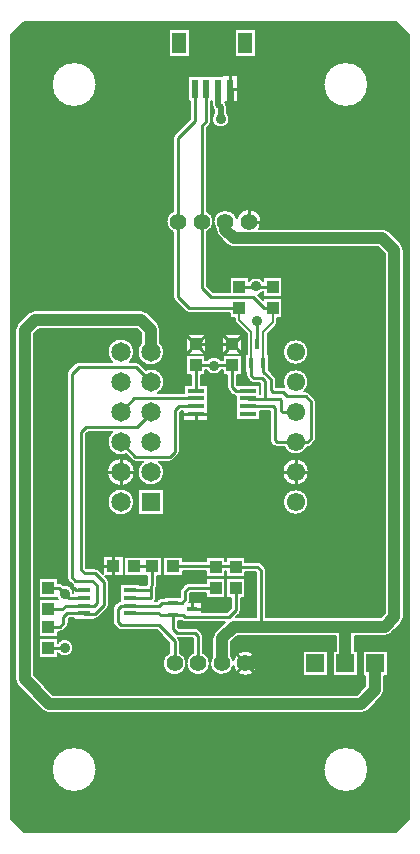
<source format=gbr>
G04 DesignSpark PCB PRO Gerber Version 10.0 Build 5299*
G04 #@! TF.Part,Single*
G04 #@! TF.FileFunction,Copper,L1,Top*
G04 #@! TF.FilePolarity,Positive*
%FSLAX35Y35*%
%MOIN*%
G04 #@! TA.AperFunction,SMDPad,CuDef*
%ADD115R,0.01575X0.03543*%
%ADD112R,0.02362X0.06102*%
%ADD80R,0.03937X0.04291*%
%ADD113R,0.04724X0.07087*%
G04 #@! TA.AperFunction,ComponentPad*
%ADD114R,0.06000X0.06000*%
%ADD21R,0.06496X0.06496*%
G04 #@! TD.AperFunction*
%ADD18C,0.00787*%
%ADD75C,0.00984*%
%ADD19C,0.01000*%
%ADD71C,0.01969*%
%ADD108C,0.02362*%
G04 #@! TA.AperFunction,ViaPad*
%ADD70C,0.03543*%
G04 #@! TD.AperFunction*
%ADD76C,0.03937*%
G04 #@! TA.AperFunction,ComponentPad*
%ADD110C,0.05512*%
%ADD20C,0.06102*%
%ADD22C,0.06496*%
G04 #@! TA.AperFunction,SMDPad,CuDef*
%ADD111R,0.03543X0.01575*%
%ADD116R,0.04331X0.01772*%
%ADD109R,0.05610X0.01772*%
%ADD77R,0.04291X0.03937*%
G04 #@! TD.AperFunction*
X0Y0D02*
D02*
D18*
X6974Y268984D02*
Y7394D01*
X11331Y3037D01*
X135126D01*
X139482Y7394D01*
Y268984D01*
X135126Y273341D01*
X11331D01*
X6974Y268984D01*
X20472Y252362D02*
G75*
G02*
X35433I7480J0D01*
G01*
G75*
G02*
X20472I-7480J0D01*
G01*
X108071Y147839D02*
G75*
G02*
X108563Y146654I-1181J-1185D01*
G01*
Y134252D01*
G75*
G02*
X108071Y133067I-1673J0D01*
G01*
X106894Y131890D01*
G75*
G02*
X105709Y131398I-1185J1181D01*
G01*
X105606D01*
G75*
G02*
X97884Y131516I-3835J1791D01*
G01*
X95555D01*
G75*
G02*
X94368Y132006I-3J1673D01*
G01*
X93699Y132675D01*
G75*
G02*
X93209Y133858I1183J1183D01*
G01*
G75*
G02*
Y133859I683J0D01*
G01*
G75*
G02*
Y133862I793J2D01*
G01*
Y143602D01*
X89860D01*
Y140551D01*
X81888D01*
Y148524D01*
G75*
G02*
X80705Y149016I2J1673D01*
G01*
X79528Y150193D01*
G75*
G02*
X79035Y151378I1181J1185D01*
G01*
Y155378D01*
X77559D01*
Y157031D01*
X77069D01*
G75*
G02*
X72144I-2462J1630D01*
G01*
X71654D01*
Y155378D01*
X70130D01*
Y152362D01*
X72443D01*
Y144898D01*
X72656D01*
Y140339D01*
X64258D01*
Y143406D01*
X63488D01*
X63091Y143008D01*
Y129925D01*
G75*
G02*
Y129922I-793J-1D01*
G01*
G75*
G02*
Y129921I-683J0D01*
G01*
G75*
G02*
X62600Y128738I-1673J0D01*
G01*
X61026Y127163D01*
G75*
G02*
X59839Y126673I-1183J1183D01*
G01*
X56278D01*
G75*
G02*
X57972Y123189I-2735J-3484D01*
G01*
G75*
G02*
X49114I-4429J0D01*
G01*
G75*
G02*
X50809Y126673I4429J0D01*
G01*
X48386D01*
G75*
G02*
X47201Y127165I0J1673D01*
G01*
X45260Y129106D01*
G75*
G02*
X40619Y136516I-1717J4083D01*
G01*
X32583D01*
X31988Y135921D01*
Y91244D01*
X32189Y91043D01*
X35036D01*
G75*
G02*
X36222Y90553I3J-1673D01*
G01*
X37449Y89327D01*
Y95094D01*
X44528D01*
Y88370D01*
X38406D01*
X38978Y87797D01*
G75*
G02*
X39469Y86614I-1183J-1183D01*
G01*
G75*
G02*
Y86613I-683J0D01*
G01*
G75*
G02*
Y86611I-793J-1D01*
G01*
Y78744D01*
G75*
G02*
Y78741I-793J-1D01*
G01*
G75*
G02*
Y78740I-683J0D01*
G01*
G75*
G02*
X38978Y77557I-1673J0D01*
G01*
X36222Y74801D01*
G75*
G02*
X35036Y74311I-1183J1183D01*
G01*
X34646D01*
Y74016D01*
X27953D01*
Y74409D01*
X26382D01*
X26083Y74110D01*
Y72835D01*
G75*
G02*
X25591Y71650I-1673J0D01*
G01*
X24413Y70472D01*
G75*
G02*
X23228Y69980I-1185J1181D01*
G01*
X22441D01*
Y68283D01*
X16142D01*
Y80929D01*
X22423D01*
G75*
G02*
X22204Y81276I2380J1746D01*
G01*
X16142D01*
Y87929D01*
X22441D01*
Y86276D01*
X22874D01*
G75*
G02*
X24061Y85785I3J-1673D01*
G01*
X24266Y85581D01*
G75*
G02*
X27740Y82982I537J-2904D01*
G01*
Y85448D01*
G75*
G02*
X27161Y85827I607J1559D01*
G01*
X25984Y87004D01*
G75*
G02*
X25492Y88189I1181J1185D01*
G01*
Y155906D01*
G75*
G02*
X25984Y157091I1673J0D01*
G01*
X28343Y159449D01*
G75*
G02*
X29528Y159941I1185J-1181D01*
G01*
X40532D01*
G75*
G02*
X39114Y163189I3011J3248D01*
G01*
G75*
G02*
X47972I4429J0D01*
G01*
G75*
G02*
X46555Y159941I-4429J0D01*
G01*
X48465D01*
G75*
G02*
X49650Y159449I0J-1673D01*
G01*
X51827Y157272D01*
G75*
G02*
X56006Y149508I1717J-4083D01*
G01*
X64470D01*
Y152362D01*
X66783D01*
Y155378D01*
X65354D01*
Y162031D01*
X71654D01*
Y160378D01*
X72204D01*
G75*
G02*
X77009I2402J-1717D01*
G01*
X77559D01*
Y162031D01*
X83858D01*
Y155378D01*
X82382D01*
Y152362D01*
X89860D01*
Y149311D01*
X89862D01*
Y152850D01*
X89858Y152854D01*
X87795D01*
G75*
G02*
X86610Y153346I0J1673D01*
G01*
X85827Y154130D01*
G75*
G02*
X85335Y155315I1181J1185D01*
G01*
Y156496D01*
X85039D01*
Y162402D01*
X85433D01*
Y169230D01*
X81957Y172706D01*
G75*
G02*
X81496Y173819I1113J1114D01*
G01*
Y174669D01*
X79921D01*
Y176280D01*
X66142D01*
G75*
G02*
X64957Y176772I0J1673D01*
G01*
X61417Y180311D01*
G75*
G02*
X60925Y181496I1181J1185D01*
G01*
Y203129D01*
G75*
G02*
Y210257I1673J3564D01*
G01*
Y234646D01*
G75*
G02*
X61417Y235831I1673J0D01*
G01*
X66437Y240850D01*
Y246709D01*
X65748D01*
Y255173D01*
X77346D01*
Y255386D01*
X82496D01*
Y246496D01*
X78220D01*
X78300Y246416D01*
G75*
G02*
X78937Y244882I-1528J-1534D01*
G01*
Y242952D01*
G75*
G02*
X79724Y240945I-2165J-2007D01*
G01*
G75*
G02*
X73819I-2953J0D01*
G01*
G75*
G02*
X74606Y242952I2953J0D01*
G01*
Y243985D01*
X74456Y244135D01*
G75*
G02*
X73819Y245669I1528J1534D01*
G01*
Y246709D01*
X73720D01*
Y240161D01*
G75*
G02*
Y240158I-793J-1D01*
G01*
G75*
G02*
Y240157I-683J0D01*
G01*
G75*
G02*
X73230Y238974I-1673J0D01*
G01*
X72146Y237890D01*
Y210257D01*
G75*
G02*
Y203129I-1673J-3564D01*
G01*
Y185339D01*
X74315Y183169D01*
X79921D01*
Y188323D01*
X86220D01*
Y186811D01*
G75*
G02*
X90945I2362J-1772D01*
G01*
Y188323D01*
X97244D01*
Y181669D01*
X90945D01*
Y183268D01*
G75*
G02*
X89289Y182172I-2363J1772D01*
G01*
X90945Y180516D01*
Y181323D01*
X97244D01*
Y174669D01*
X95669D01*
Y173031D01*
G75*
G02*
X95208Y171918I-1575J0D01*
G01*
X92520Y169230D01*
Y162402D01*
X92913D01*
Y157091D01*
X94685Y155319D01*
G75*
G02*
X95177Y154134I-1181J-1185D01*
G01*
Y151476D01*
X97441D01*
G75*
G02*
X97935Y151402I0J-1674D01*
G01*
G75*
G02*
X97539Y153189I3837J1788D01*
G01*
G75*
G02*
X106004I4232J0D01*
G01*
G75*
G02*
X104663Y150098I-4232J0D01*
G01*
X105118D01*
G75*
G02*
X106303Y149606I0J-1673D01*
G01*
X108071Y147839D01*
X136870Y199474D02*
G75*
G02*
X137795Y197244I-2224J-2230D01*
G01*
Y74803D01*
G75*
G02*
X136870Y72573I-3150J0D01*
G01*
X133726Y69429D01*
G75*
G02*
X131496Y68504I-2230J2224D01*
G01*
X121417D01*
Y63630D01*
X122449D01*
Y55268D01*
X114087D01*
Y63630D01*
X115118D01*
Y68504D01*
X82407D01*
X80315Y66412D01*
Y61811D01*
G75*
G02*
X80993Y60370I-3149J-2363D01*
G01*
G75*
G02*
X89189Y59449I4046J-921D01*
G01*
G75*
G02*
X80993Y58528I-4150J0D01*
G01*
G75*
G02*
X73228Y59449I-3828J921D01*
G01*
G75*
G02*
X74016Y61811I3937J0D01*
G01*
Y67717D01*
G75*
G02*
X74941Y69946I3150J0D01*
G01*
X78124Y73130D01*
X64961D01*
G75*
G02*
X63776Y73622I0J1673D01*
G01*
X62697D01*
Y71559D01*
X62898Y71358D01*
X68110D01*
G75*
G02*
X69295Y70866I0J-1673D01*
G01*
X70472Y69689D01*
G75*
G02*
X70965Y68504I-1181J-1185D01*
G01*
Y63013D01*
G75*
G02*
X73228Y59449I-1673J-3564D01*
G01*
G75*
G02*
X65354I-3937J0D01*
G01*
G75*
G02*
X67618Y63013I3937J0D01*
G01*
Y67811D01*
X67417Y68012D01*
X62693D01*
G75*
G02*
X63091Y66929I-1276J-1083D01*
G01*
Y63013D01*
G75*
G02*
X65354Y59449I-1673J-3564D01*
G01*
G75*
G02*
X57480I-3937J0D01*
G01*
G75*
G02*
X59744Y63013I3937J0D01*
G01*
Y66236D01*
X55606Y70374D01*
X43701D01*
G75*
G02*
X42516Y70866I0J1673D01*
G01*
X41339Y72043D01*
G75*
G02*
X40846Y73228I1181J1185D01*
G01*
Y77559D01*
G75*
G02*
X41339Y78744I1673J0D01*
G01*
X42417Y79823D01*
G75*
G02*
X43307Y80289I1185J-1181D01*
G01*
Y85827D01*
X50000D01*
Y85433D01*
X51917D01*
G75*
G02*
X52307Y86167I1626J-394D01*
G01*
Y88583D01*
X44661D01*
Y94882D01*
X57307D01*
Y88583D01*
X55654D01*
Y85476D01*
G75*
G02*
X55217Y84349I-1673J0D01*
G01*
Y81102D01*
G75*
G02*
X55020Y80315I-1673J0D01*
G01*
X55508D01*
X55902Y80709D01*
G75*
G02*
X57087Y81201I1185J-1181D01*
G01*
X58071D01*
Y81496D01*
X63287D01*
Y83465D01*
G75*
G02*
X63780Y84650I1673J0D01*
G01*
X64957Y85827D01*
G75*
G02*
X66142Y86319I1185J-1181D01*
G01*
X72047D01*
Y88016D01*
X78346D01*
Y81362D01*
X72047D01*
Y82972D01*
X66835D01*
X66634Y82772D01*
Y80709D01*
G75*
G02*
X66325Y79740I-1673J0D01*
G01*
X70488D01*
Y76476D01*
X78835D01*
X80217Y77858D01*
Y81362D01*
X78740D01*
Y88016D01*
X85039D01*
Y81362D01*
X83563D01*
Y77165D01*
G75*
G02*
X83071Y75980I-1673J0D01*
G01*
X81894Y74803D01*
X88484D01*
Y89858D01*
X88327Y90016D01*
X85039D01*
Y88362D01*
X78740D01*
Y90059D01*
X78346D01*
Y88362D01*
X72047D01*
Y90059D01*
X64307D01*
Y88583D01*
X57654D01*
Y94882D01*
X64307D01*
Y93406D01*
X72047D01*
Y95016D01*
X78346D01*
Y93406D01*
X78740D01*
Y95016D01*
X85039D01*
Y93362D01*
X89020D01*
G75*
G02*
X90205Y92870I0J-1673D01*
G01*
X91339Y91736D01*
G75*
G02*
X91831Y90551I-1181J-1185D01*
G01*
Y74803D01*
X130191D01*
X131496Y76108D01*
Y195939D01*
X129404Y198031D01*
X81107D01*
G75*
G02*
X78875Y198954I-4J3150D01*
G01*
X76119Y201710D01*
G75*
G02*
X75197Y203937I2227J2227D01*
G01*
G75*
G02*
Y203938I1327J1D01*
G01*
G75*
G02*
Y203941I1195J2D01*
G01*
Y204331D01*
G75*
G02*
X74409Y206693I3150J2362D01*
G01*
G75*
G02*
X82174Y207614I3937J0D01*
G01*
G75*
G02*
X90370Y206693I4046J-921D01*
G01*
G75*
G02*
X89632Y204331I-4150J0D01*
G01*
X130709D01*
G75*
G02*
X132939Y203406I0J-3150D01*
G01*
X136870Y199474D01*
X124087Y63630D02*
X132449D01*
Y55268D01*
X131299D01*
Y50394D01*
G75*
G02*
X130374Y48164I-3150J0D01*
G01*
X125852Y43642D01*
G75*
G02*
X123622Y42717I-2230J2224D01*
G01*
X19689D01*
G75*
G02*
X17458Y43639I-4J3150D01*
G01*
X9190Y51907D01*
G75*
G02*
X8268Y54134I2227J2227D01*
G01*
G75*
G02*
Y54135I1327J1D01*
G01*
G75*
G02*
Y54138I1195J2D01*
G01*
Y170468D01*
G75*
G02*
Y170471I1211J2D01*
G01*
G75*
G02*
Y170472I1410J1D01*
G01*
G75*
G02*
X9190Y172700I3150J0D01*
G01*
X12733Y176243D01*
G75*
G02*
X14965Y177165I2227J-2227D01*
G01*
X50197D01*
G75*
G02*
X52427Y176240I0J-3150D01*
G01*
X55768Y172899D01*
G75*
G02*
X56693Y170669I-2224J-2230D01*
G01*
Y166303D01*
G75*
G02*
X57972Y163189I-3150J-3114D01*
G01*
G75*
G02*
X49114I-4429J0D01*
G01*
G75*
G02*
X50394Y166303I4430J0D01*
G01*
Y169365D01*
X48892Y170866D01*
X16265D01*
X14567Y169168D01*
Y55439D01*
X20990Y49016D01*
X122317D01*
X125000Y51698D01*
Y55268D01*
X124087D01*
Y63630D01*
X20472Y24016D02*
G75*
G02*
X35433I7480J0D01*
G01*
G75*
G02*
X20472I-7480J0D01*
G01*
X111024D02*
G75*
G02*
X125984I7480J0D01*
G01*
G75*
G02*
X111024I-7480J0D01*
G01*
X22441Y66339D02*
G75*
G02*
X27756Y64567I2362J-1772D01*
G01*
G75*
G02*
X22441Y62795I-2953J0D01*
G01*
Y61283D01*
X16142D01*
Y67937D01*
X22441D01*
Y66339D01*
X104087Y63630D02*
X112449D01*
Y55268D01*
X104087D01*
Y63630D01*
X97539Y163189D02*
G75*
G02*
X106004I4232J0D01*
G01*
G75*
G02*
X97539I-4232J0D01*
G01*
X97327Y123189D02*
G75*
G02*
X106217I4445J0D01*
G01*
G75*
G02*
X97327I-4445J0D01*
G01*
X97539Y113189D02*
G75*
G02*
X106004I4232J0D01*
G01*
G75*
G02*
X97539I-4232J0D01*
G01*
X49114Y117618D02*
X57972D01*
Y108760D01*
X49114D01*
Y117618D01*
X38902Y123189D02*
G75*
G02*
X48185I4642J0D01*
G01*
G75*
G02*
X38902I-4642J0D01*
G01*
X39114Y113189D02*
G75*
G02*
X47972I4429J0D01*
G01*
G75*
G02*
X39114I-4429J0D01*
G01*
X77346Y169244D02*
X84071D01*
Y162165D01*
X77346D01*
Y169244D01*
X65142D02*
X71866D01*
Y162165D01*
X65142D01*
Y169244D01*
X59449Y270921D02*
X66535D01*
Y261472D01*
X59449D01*
Y270921D01*
X81496D02*
X88583D01*
Y261472D01*
X81496D01*
Y270921D01*
X111024Y252362D02*
G75*
G02*
X125984I7480J0D01*
G01*
G75*
G02*
X111024I-7480J0D01*
G01*
X7368Y24016D02*
G36*
X7368Y24016D02*
Y7000D01*
X10937Y3431D01*
X135519D01*
X139089Y7000D01*
Y24016D01*
X125984D01*
G75*
G02*
X111024I-7480J0D01*
G01*
X35433D01*
G75*
G02*
X20472I-7480J0D01*
G01*
X7368D01*
G37*
Y59449D02*
G36*
X7368Y59449D02*
Y24016D01*
X20472D01*
G75*
G02*
X35433I7480J0D01*
G01*
X111024D01*
G75*
G02*
X125984I7480J0D01*
G01*
X139089D01*
Y59449D01*
X132449D01*
Y55268D01*
X131299D01*
Y50394D01*
G75*
G02*
X130374Y48164I-3151J0D01*
G01*
X125852Y43642D01*
G75*
G02*
X123622Y42717I-2230J2226D01*
G01*
X19689D01*
G75*
G02*
X17458Y43639I-4J3152D01*
G01*
X9190Y51907D01*
G75*
G02*
X8268Y54133I2227J2227D01*
G01*
Y54134D01*
Y54135D01*
Y54138D01*
Y59449D01*
X7368D01*
G37*
X14567D02*
G36*
X14567Y59449D02*
Y55439D01*
X20990Y49016D01*
X122317D01*
X125000Y51698D01*
Y55268D01*
X124087D01*
Y59449D01*
X122449D01*
Y55268D01*
X114087D01*
Y59449D01*
X112449D01*
Y55268D01*
X104087D01*
Y59449D01*
X89189D01*
G75*
G02*
X80993Y58528I-4150J0D01*
G01*
G75*
G02*
X73228Y59449I-3828J921D01*
G01*
X73228D01*
G75*
G02*
X65354I-3937J2D01*
G01*
X65354D01*
G75*
G02*
X57480I-3937J2D01*
G01*
X14567D01*
G37*
X7368Y64610D02*
G36*
X7368Y64610D02*
Y59449D01*
X8268D01*
Y64610D01*
X7368D01*
G37*
X14567D02*
G36*
X14567Y64610D02*
Y59449D01*
X57480D01*
G75*
G02*
X59744Y63013I3937J0D01*
G01*
Y64610D01*
X27756D01*
G75*
G02*
X27756Y64567I-2954J-48D01*
G01*
G75*
G02*
X22441Y62795I-2953J0D01*
G01*
Y61283D01*
X16142D01*
Y64610D01*
X14567D01*
G37*
X63091D02*
G36*
X63091Y64610D02*
Y63013D01*
G75*
G02*
X65354Y59450I-1676J-3565D01*
G01*
G75*
G02*
Y59449I-4101J0D01*
G01*
X65354D01*
G75*
G02*
X67618Y63013I3937J0D01*
G01*
Y64610D01*
X63091D01*
G37*
X70965D02*
G36*
X70965Y64610D02*
Y63013D01*
G75*
G02*
X73228Y59450I-1676J-3565D01*
G01*
G75*
G02*
Y59449I-4101J0D01*
G01*
X73228D01*
G75*
G02*
X74016Y61811I3937J0D01*
G01*
Y64610D01*
X70965D01*
G37*
X80315D02*
G36*
X80315Y64610D02*
Y61811D01*
G75*
G02*
X80993Y60370I-3140J-2358D01*
G01*
G75*
G02*
X89189Y59449I4046J-921D01*
G01*
X104087D01*
Y63630D01*
X112449D01*
Y59449D01*
X114087D01*
Y63630D01*
X115118D01*
Y64610D01*
X80315D01*
G37*
X121417D02*
G36*
X121417Y64610D02*
Y63630D01*
X122449D01*
Y59449D01*
X124087D01*
Y63630D01*
X132449D01*
Y59449D01*
X139089D01*
Y64610D01*
X121417D01*
G37*
X7368Y113189D02*
G36*
X7368Y113189D02*
Y64610D01*
X8268D01*
Y113189D01*
X7368D01*
G37*
X14567D02*
G36*
X14567Y113189D02*
Y64610D01*
X16142D01*
Y67937D01*
X22441D01*
Y66339D01*
G75*
G02*
X27756Y64610I2362J-1772D01*
G01*
X59744D01*
Y66236D01*
X55606Y70374D01*
X43701D01*
G75*
G02*
X42516Y70866I0J1672D01*
G01*
X41339Y72043D01*
G75*
G02*
X40846Y73228I1181J1185D01*
G01*
Y77559D01*
G75*
G02*
X41339Y78744I1673J0D01*
G01*
X42417Y79823D01*
G75*
G02*
X43307Y80289I1185J-1181D01*
G01*
Y85827D01*
X50000D01*
Y85433D01*
X51917D01*
G75*
G02*
X52307Y86167I1630J-396D01*
G01*
Y88583D01*
X44661D01*
Y94882D01*
X57307D01*
Y88583D01*
X55654D01*
Y85476D01*
Y85476D01*
G75*
G02*
X55217Y84349I-1672J0D01*
G01*
Y81102D01*
G75*
G02*
X55020Y80315I-1674J0D01*
G01*
X55508D01*
X55902Y80709D01*
G75*
G02*
X57087Y81201I1185J-1180D01*
G01*
X58071D01*
Y81496D01*
X63287D01*
Y83465D01*
G75*
G02*
X63780Y84650I1673J0D01*
G01*
X64957Y85827D01*
G75*
G02*
X66142Y86319I1185J-1180D01*
G01*
X72047D01*
Y88016D01*
X78346D01*
Y81362D01*
X72047D01*
Y82972D01*
X66835D01*
X66634Y82772D01*
Y80709D01*
G75*
G02*
X66325Y79740I-1676J1D01*
G01*
X70488D01*
Y76476D01*
X78835D01*
X80217Y77858D01*
Y81362D01*
X78740D01*
Y88016D01*
X85039D01*
Y81362D01*
X83563D01*
Y77165D01*
G75*
G02*
X83071Y75980I-1673J0D01*
G01*
X81894Y74803D01*
X88484D01*
Y89858D01*
X88327Y90016D01*
X85039D01*
Y88362D01*
X78740D01*
Y90059D01*
X78346D01*
Y88362D01*
X72047D01*
Y90059D01*
X64307D01*
Y88583D01*
X57654D01*
Y94882D01*
X64307D01*
Y93406D01*
X72047D01*
Y95016D01*
X78346D01*
Y93406D01*
X78740D01*
Y95016D01*
X85039D01*
Y93362D01*
X89020D01*
G75*
G02*
X90205Y92870I0J-1672D01*
G01*
X91339Y91736D01*
G75*
G02*
X91831Y90551I-1181J-1185D01*
G01*
Y74803D01*
X130191D01*
X131496Y76108D01*
Y113189D01*
X106004D01*
G75*
G02*
X97539I-4232J0D01*
G01*
X57972D01*
Y108760D01*
X49114D01*
Y113189D01*
X47972D01*
G75*
G02*
X39114I-4429J0D01*
G01*
X31988D01*
Y91244D01*
X32189Y91043D01*
X35036D01*
G75*
G02*
X36222Y90553I3J-1674D01*
G01*
X37449Y89327D01*
Y95094D01*
X44528D01*
Y88370D01*
X38406D01*
X38978Y87797D01*
G75*
G02*
X39469Y86614I-1185J-1184D01*
G01*
Y86613D01*
Y86611D01*
Y78744D01*
Y78741D01*
Y78740D01*
G75*
G02*
X38978Y77557I-1676J1D01*
G01*
X36222Y74801D01*
G75*
G02*
X35036Y74311I-1183J1184D01*
G01*
X34646D01*
Y74016D01*
X27953D01*
Y74409D01*
X26382D01*
X26083Y74110D01*
Y72835D01*
G75*
G02*
X25591Y71650I-1673J0D01*
G01*
X24413Y70472D01*
G75*
G02*
X23228Y69980I-1185J1180D01*
G01*
X22441D01*
Y68283D01*
X16142D01*
Y80929D01*
X22423D01*
G75*
G02*
X22204Y81276I2389J1752D01*
G01*
X16142D01*
Y87929D01*
X22441D01*
Y86276D01*
X22874D01*
G75*
G02*
X24061Y85785I3J-1674D01*
G01*
X24266Y85581D01*
G75*
G02*
X27740Y82982I537J-2903D01*
G01*
Y85448D01*
G75*
G02*
X27161Y85827I609J1564D01*
G01*
X25984Y87004D01*
G75*
G02*
X25492Y88189I1181J1185D01*
G01*
Y113189D01*
X14567D01*
G37*
X62697Y73622D02*
G36*
X62697Y73622D02*
Y71559D01*
X62898Y71358D01*
X68110D01*
G75*
G02*
X69295Y70866I0J-1672D01*
G01*
X70472Y69689D01*
G75*
G02*
X70965Y68504I-1181J-1185D01*
G01*
Y64610D01*
X74016D01*
Y67717D01*
G75*
G02*
X74941Y69946I3151J0D01*
G01*
X78124Y73130D01*
X64961D01*
G75*
G02*
X63776Y73622I0J1672D01*
G01*
X62697D01*
G37*
X63091Y66929D02*
G36*
X63091Y66929D02*
Y64610D01*
X67618D01*
Y67811D01*
X67417Y68012D01*
X62693D01*
G75*
G02*
X63091Y66929I-1278J-1083D01*
G01*
G37*
X80315Y66412D02*
G36*
X80315Y66412D02*
Y64610D01*
X115118D01*
Y68504D01*
X82407D01*
X80315Y66412D01*
G37*
X121417Y68504D02*
G36*
X121417Y68504D02*
Y64610D01*
X139089D01*
Y113189D01*
X137795D01*
Y74803D01*
G75*
G02*
X136870Y72573I-3151J0D01*
G01*
X133726Y69429D01*
G75*
G02*
X131496Y68504I-2230J2226D01*
G01*
X121417D01*
G37*
X7368Y123189D02*
G36*
X7368Y123189D02*
Y113189D01*
X8268D01*
Y123189D01*
X7368D01*
G37*
X14567D02*
G36*
X14567Y123189D02*
Y113189D01*
X25492D01*
Y123189D01*
X14567D01*
G37*
X31988D02*
G36*
X31988Y123189D02*
Y113189D01*
X39114D01*
G75*
G02*
X47972I4429J0D01*
G01*
X49114D01*
Y117618D01*
X57972D01*
Y113189D01*
X97539D01*
G75*
G02*
X106004I4232J0D01*
G01*
X131496D01*
Y123189D01*
X106217D01*
G75*
G02*
X97327I-4445J0D01*
G01*
X57972D01*
G75*
G02*
X49114I-4429J0D01*
G01*
X48185D01*
G75*
G02*
X38902I-4642J0D01*
G01*
X31988D01*
G37*
X137795D02*
G36*
X137795Y123189D02*
Y113189D01*
X139089D01*
Y123189D01*
X137795D01*
G37*
X7368Y133055D02*
G36*
X7368Y133055D02*
Y123189D01*
X8268D01*
Y133055D01*
X7368D01*
G37*
X14567D02*
G36*
X14567Y133055D02*
Y123189D01*
X25492D01*
Y133055D01*
X14567D01*
G37*
X31988D02*
G36*
X31988Y133055D02*
Y123189D01*
X38902D01*
G75*
G02*
X48185I4642J0D01*
G01*
X49114D01*
G75*
G02*
Y123190I5013J0D01*
G01*
G75*
G02*
X50809Y126673I4427J0D01*
G01*
X48386D01*
G75*
G02*
X47201Y127165I0J1672D01*
G01*
X45260Y129106D01*
G75*
G02*
X39116Y133055I-1717J4083D01*
G01*
X31988D01*
G37*
X57972Y123189D02*
G36*
X57972Y123189D02*
Y123189D01*
X97327D01*
G75*
G02*
X106217I4445J0D01*
G01*
X131496D01*
Y133055D01*
X108059D01*
X106894Y131890D01*
G75*
G02*
X105709Y131398I-1185J1180D01*
G01*
X105606D01*
G75*
G02*
X97884Y131516I-3835J1791D01*
G01*
X95555D01*
G75*
G02*
X94368Y132006I-3J1674D01*
G01*
X93699Y132675D01*
G75*
G02*
X93414Y133055I1185J1185D01*
G01*
X63091D01*
Y129925D01*
Y129922D01*
Y129921D01*
G75*
G02*
X62600Y128738I-1676J1D01*
G01*
X61026Y127163D01*
G75*
G02*
X59839Y126673I-1183J1184D01*
G01*
X56278D01*
G75*
G02*
X57972Y123189I-2734J-3484D01*
G01*
G37*
X137795Y133055D02*
G36*
X137795Y133055D02*
Y123189D01*
X139089D01*
Y133055D01*
X137795D01*
G37*
X7368Y163189D02*
G36*
X7368Y163189D02*
Y133055D01*
X8268D01*
Y163189D01*
X7368D01*
G37*
X14567D02*
G36*
X14567Y163189D02*
Y133055D01*
X25492D01*
Y155906D01*
G75*
G02*
X25984Y157091I1673J0D01*
G01*
X28343Y159449D01*
G75*
G02*
X29528Y159941I1185J-1180D01*
G01*
X40532D01*
G75*
G02*
X39114Y163188I3010J3247D01*
G01*
G75*
G02*
Y163189I3759J0D01*
G01*
X14567D01*
G37*
X31988Y135921D02*
G36*
X31988Y135921D02*
Y133055D01*
X39116D01*
G75*
G02*
X39114Y133189I4432J132D01*
G01*
G75*
G02*
X40619Y136516I4429J0D01*
G01*
X32583D01*
X31988Y135921D01*
G37*
X47972Y163188D02*
G36*
X47972Y163188D02*
G75*
G02*
X46555Y159941I-4428J0D01*
G01*
X48465D01*
G75*
G02*
X49650Y159449I0J-1672D01*
G01*
X51827Y157272D01*
G75*
G02*
X57972Y153189I1717J-4083D01*
G01*
G75*
G02*
X56006Y149508I-4429J0D01*
G01*
X64470D01*
Y152362D01*
X66783D01*
Y155378D01*
X65354D01*
Y162031D01*
X71654D01*
Y160378D01*
X72204D01*
G75*
G02*
X77009I2402J-1716D01*
G01*
X77559D01*
Y162031D01*
X83858D01*
Y155378D01*
X82382D01*
Y152362D01*
X89860D01*
Y149311D01*
X89862D01*
Y152850D01*
X89858Y152854D01*
X87795D01*
G75*
G02*
X86610Y153346I0J1672D01*
G01*
X85827Y154130D01*
G75*
G02*
X85335Y155315I1181J1185D01*
G01*
Y156496D01*
X85039D01*
Y162402D01*
X85433D01*
Y163189D01*
X84071D01*
Y162165D01*
X77346D01*
Y163189D01*
X71866D01*
Y162165D01*
X65142D01*
Y163189D01*
X57972D01*
G75*
G02*
X49114I-4429J0D01*
G01*
X47972D01*
G75*
G02*
Y163188I-3759J0D01*
G01*
G37*
X63091Y143008D02*
G36*
X63091Y143008D02*
Y133055D01*
X93414D01*
G75*
G02*
X93209Y133858I1470J804D01*
G01*
Y133859D01*
Y133862D01*
Y143602D01*
X89860D01*
Y140551D01*
X81888D01*
Y148524D01*
G75*
G02*
X80705Y149016I2J1673D01*
G01*
X79528Y150193D01*
G75*
G02*
X79035Y151378I1181J1185D01*
G01*
Y155378D01*
X77559D01*
Y157031D01*
X77069D01*
G75*
G02*
X72144I-2462J1630D01*
G01*
X71654D01*
Y155378D01*
X70130D01*
Y152362D01*
X72443D01*
Y144898D01*
X72656D01*
Y140339D01*
X64258D01*
Y143406D01*
X63488D01*
X63091Y143008D01*
G37*
X92520Y163189D02*
G36*
X92520Y163189D02*
Y162402D01*
X92913D01*
Y157091D01*
X94685Y155319D01*
G75*
G02*
X95177Y154134I-1181J-1185D01*
G01*
Y151476D01*
X97441D01*
G75*
G02*
X97935Y151402I-1J-1681D01*
G01*
G75*
G02*
X97539Y153189I3843J1789D01*
G01*
G75*
G02*
X106004I4232J0D01*
G01*
G75*
G02*
X104663Y150098I-4232J0D01*
G01*
X105118D01*
G75*
G02*
X106303Y149606I0J-1672D01*
G01*
X108071Y147839D01*
G75*
G02*
X108563Y146654I-1181J-1185D01*
G01*
Y134252D01*
G75*
G02*
X108071Y133067I-1673J0D01*
G01*
X108059Y133055D01*
X131496D01*
Y163189D01*
X106004D01*
G75*
G02*
X97539I-4232J0D01*
G01*
X92520D01*
G37*
X137795D02*
G36*
X137795Y163189D02*
Y133055D01*
X139089D01*
Y163189D01*
X137795D01*
G37*
X7368Y252362D02*
G36*
X7368Y252362D02*
Y163189D01*
X8268D01*
Y170468D01*
Y170471D01*
Y170472D01*
G75*
G02*
X9190Y172700I3151J0D01*
G01*
X12733Y176243D01*
G75*
G02*
X14965Y177165I2228J-2229D01*
G01*
X50197D01*
G75*
G02*
X52427Y176240I0J-3151D01*
G01*
X55768Y172899D01*
G75*
G02*
X56693Y170669I-2226J-2230D01*
G01*
Y166303D01*
G75*
G02*
X57972Y163189I-3149J-3114D01*
G01*
Y163189D01*
X65142D01*
Y169244D01*
X71866D01*
Y163189D01*
X77346D01*
Y169244D01*
X84071D01*
Y163189D01*
X85433D01*
Y169230D01*
X81957Y172706D01*
G75*
G02*
X81496Y173819I1114J1114D01*
G01*
Y174669D01*
X79921D01*
Y176280D01*
X66142D01*
G75*
G02*
X64957Y176772I0J1672D01*
G01*
X61417Y180311D01*
G75*
G02*
X60925Y181496I1181J1185D01*
G01*
Y203129D01*
G75*
G02*
X58661Y206693I1673J3564D01*
G01*
G75*
G02*
X60925Y210257I3937J0D01*
G01*
Y234646D01*
G75*
G02*
X61417Y235831I1673J0D01*
G01*
X66437Y240850D01*
Y246709D01*
X65748D01*
Y252362D01*
X35433D01*
G75*
G02*
X20472I-7480J0D01*
G01*
X7368D01*
G37*
X14567Y169168D02*
G36*
X14567Y169168D02*
Y163189D01*
X39114D01*
G75*
G02*
X47972I4429J0D01*
G01*
X49114D01*
Y163189D01*
G75*
G02*
X50394Y166303I4428J0D01*
G01*
Y169365D01*
X48892Y170866D01*
X16265D01*
X14567Y169168D01*
G37*
X72146Y203129D02*
G36*
X72146Y203129D02*
Y185339D01*
X74315Y183169D01*
X79921D01*
Y188323D01*
X86220D01*
Y186811D01*
G75*
G02*
X90945I2362J-1772D01*
G01*
Y188323D01*
X97244D01*
Y181669D01*
X90945D01*
Y183268D01*
G75*
G02*
X89289Y182172I-2361J1769D01*
G01*
X90945Y180516D01*
Y181323D01*
X97244D01*
Y174669D01*
X95669D01*
Y173031D01*
G75*
G02*
X95208Y171918I-1575J0D01*
G01*
X92520Y169230D01*
Y163189D01*
X97539D01*
G75*
G02*
X106004I4232J0D01*
G01*
X131496D01*
Y195939D01*
X129404Y198031D01*
X81107D01*
G75*
G02*
X78875Y198954I-4J3152D01*
G01*
X76119Y201710D01*
G75*
G02*
X75197Y203937I2227J2227D01*
G01*
Y203937D01*
Y203938D01*
Y203941D01*
Y204331D01*
G75*
G02*
X74409Y206693I3149J2362D01*
G01*
G75*
G02*
X72146Y203129I-3937J0D01*
G01*
G37*
Y237890D02*
G36*
X72146Y237890D02*
Y210257D01*
G75*
G02*
X74409Y206693I-1673J-3564D01*
G01*
G75*
G02*
X82174Y207614I3937J0D01*
G01*
G75*
G02*
X90370Y206693I4046J-921D01*
G01*
G75*
G02*
Y206692I-4834J0D01*
G01*
G75*
G02*
X89632Y204331I-4147J0D01*
G01*
X130709D01*
G75*
G02*
X132939Y203406I0J-3151D01*
G01*
X136870Y199474D01*
G75*
G02*
X137795Y197244I-2226J-2230D01*
G01*
Y163189D01*
X139089D01*
Y252362D01*
X125984D01*
G75*
G02*
X111024I-7480J0D01*
G01*
X82496D01*
Y246496D01*
X78220D01*
X78300Y246416D01*
G75*
G02*
X78937Y244883I-1526J-1533D01*
G01*
G75*
G02*
Y244882I-2115J0D01*
G01*
Y242952D01*
G75*
G02*
X79724Y240945I-2165J-2007D01*
G01*
G75*
G02*
X73819I-2953J0D01*
G01*
G75*
G02*
X74606Y242952I2953J0D01*
G01*
Y243985D01*
X74456Y244135D01*
G75*
G02*
X73819Y245668I1526J1533D01*
G01*
G75*
G02*
Y245669I2115J1D01*
G01*
Y246709D01*
X73720D01*
Y240161D01*
Y240158D01*
Y240157D01*
G75*
G02*
X73230Y238974I-1676J1D01*
G01*
X72146Y237890D01*
G37*
X7368Y266197D02*
G36*
X7368Y266197D02*
Y252362D01*
X20472D01*
G75*
G02*
X35433I7480J0D01*
G01*
X65748D01*
Y255173D01*
X77346D01*
Y255386D01*
X82496D01*
Y252362D01*
X111024D01*
G75*
G02*
X125984I7480J0D01*
G01*
X139089D01*
Y266197D01*
X88583D01*
Y261472D01*
X81496D01*
Y266197D01*
X66535D01*
Y261472D01*
X59449D01*
Y266197D01*
X7368D01*
G37*
Y269378D02*
G36*
X7368Y269378D02*
Y266197D01*
X59449D01*
Y270921D01*
X66535D01*
Y266197D01*
X81496D01*
Y270921D01*
X88583D01*
Y266197D01*
X139089D01*
Y269378D01*
X135519Y272947D01*
X10937D01*
X7368Y269378D01*
G37*
X83071Y177996D02*
Y173819D01*
X87008Y169882D01*
Y159449D01*
X94094Y177996D02*
Y173031D01*
X90945Y169882D01*
Y159449D01*
D02*
D19*
X39343Y91732D02*
X37343D01*
X40795Y123189D02*
X38795D01*
X40988Y90264D02*
Y88264D01*
Y93201D02*
Y95201D01*
X43543Y120441D02*
Y118441D01*
Y125937D02*
Y127937D01*
X46291Y123189D02*
X48291D01*
X66152Y142618D02*
X64152D01*
X66889Y164090D02*
X65035Y162236D01*
X66889Y167320D02*
X65035Y169173D01*
X67323Y77846D02*
Y79846D01*
X68457Y142232D02*
Y140232D01*
X68594Y77559D02*
X70594D01*
X70119Y164090D02*
X71972Y162236D01*
X70119Y167320D02*
X71972Y169173D01*
X70762Y142618D02*
X72762D01*
X79094Y164090D02*
X77240Y162236D01*
X79094Y167320D02*
X77240Y169173D01*
X79921Y248390D02*
Y246390D01*
Y253492D02*
Y255492D01*
X80602Y250941D02*
X82602D01*
X82324Y164090D02*
X84177Y162236D01*
X82324Y167320D02*
X84177Y169173D01*
X83444Y57854D02*
X82030Y56439D01*
X83444Y61044D02*
X82030Y62458D01*
X86220Y208949D02*
Y210949D01*
X86635Y57854D02*
X88049Y56439D01*
X86635Y61044D02*
X88049Y62458D01*
X88476Y206693D02*
X90476D01*
X99220Y123189D02*
X97220D01*
X101772Y120638D02*
Y118638D01*
Y125740D02*
Y127740D01*
X104323Y123189D02*
X106323D01*
D02*
D70*
X21654Y90551D03*
X24803Y64567D03*
Y82677D03*
X34252Y93701D03*
X37795Y59055D03*
X68504Y137008D03*
X72835Y79134D03*
X74606Y158661D03*
X76772Y240945D03*
X77165Y108661D03*
Y126378D03*
X81102Y170866D03*
X82283Y242913D03*
X88583Y185039D03*
X88976Y173425D03*
X96850Y59449D03*
X112598Y123228D03*
D02*
D71*
X75984Y250941D02*
Y245669D01*
X76772Y244882D01*
Y240945D01*
D02*
D20*
X101772Y113189D03*
Y123189D03*
Y133189D03*
Y143189D03*
Y153189D03*
Y163189D03*
D02*
D21*
X53543Y113189D03*
D02*
D22*
X43543D03*
Y123189D03*
Y133189D03*
Y143189D03*
Y153189D03*
Y163189D03*
X53543Y123189D03*
Y133189D03*
Y143189D03*
Y153189D03*
Y163189D03*
D02*
D75*
X19291Y84602D02*
X22878D01*
X24803Y82677D01*
Y64567D02*
X19335D01*
X19291Y64610D01*
X31299Y76083D02*
X25689D01*
X24409Y74803D01*
Y72835D01*
X23228Y71654D01*
X19335D01*
X19291Y71610D01*
X31299Y78642D02*
X34547D01*
X35433Y79528D01*
Y85433D01*
X33858Y87008D01*
X28346D01*
X27165Y88189D01*
Y155906D01*
X29528Y158268D01*
X48465D01*
X53543Y153189D01*
X31299Y78642D02*
X25098D01*
X24016Y77559D01*
X19335D01*
X19291Y77602D01*
X31299Y81201D02*
X26280D01*
X24803Y82677D01*
X31299Y83760D02*
X28445D01*
X21654Y90551D01*
X40988Y91732D02*
X36220D01*
X34252Y93701D01*
X43543Y143189D02*
Y143346D01*
X48031Y147835D01*
X68358D01*
X68457Y147736D01*
X46654Y76083D02*
X56201D01*
X56693Y75591D01*
X61024D01*
X46654Y78642D02*
X43602D01*
X42520Y77559D01*
Y73228D01*
X43701Y72047D01*
X56299D01*
X61417Y66929D01*
Y59449D01*
X46654Y78642D02*
X56201D01*
X57087Y79528D01*
X61024D01*
X46654Y83760D02*
X53543D01*
Y81102D01*
X46752D01*
X46654Y81201D01*
X53543Y143189D02*
Y142913D01*
X48819Y138189D01*
X31890D01*
X30315Y136614D01*
Y90551D01*
X31496Y89370D01*
X35039D01*
X37795Y86614D01*
Y78740D01*
X35039Y75984D01*
X31398D01*
X31299Y76083D01*
X53980Y91732D02*
Y85476D01*
X53543Y85039D01*
Y83760D01*
X53980Y91732D02*
X47988D01*
X60980D02*
X81846D01*
X81890Y91689D01*
X61024Y75591D02*
Y70866D01*
X62205Y69685D01*
X68110D01*
X69291Y68504D01*
Y59449D01*
X61024Y75591D02*
X64173D01*
X64961Y74803D01*
X79528D01*
X81890Y77165D01*
Y84689D01*
X61024Y79528D02*
X63780D01*
X64961Y80709D01*
Y83465D01*
X66142Y84646D01*
X74846D01*
X74890Y84689D01*
X75197D01*
X67323Y77559D02*
X71260D01*
X72835Y79134D01*
X68457Y142618D02*
Y137055D01*
X68504Y137008D01*
X68457Y145177D02*
X68358Y145079D01*
X62795D01*
X61417Y143701D01*
Y129921D01*
X59843Y128346D01*
X48386D01*
X43543Y133189D01*
X68457Y150295D02*
Y158657D01*
X68504Y158705D01*
X80709D01*
X68504Y165705D02*
X80709D01*
X72047Y250941D02*
Y240157D01*
X70472Y238583D01*
Y206693D01*
X80709Y158705D02*
Y151378D01*
X81890Y150197D01*
X85776D01*
X85874Y150295D01*
X81890Y91689D02*
X89020D01*
X90157Y90551D01*
Y71654D01*
X83071Y177996D02*
X83028Y177953D01*
X66142D01*
X62598Y181496D01*
Y234646D01*
X68110Y240157D01*
Y250941D01*
X83071Y184996D02*
X94094D01*
X87008Y159449D02*
Y155315D01*
X87795Y154528D01*
X90551D01*
X91535Y153543D01*
Y147638D01*
X88976Y165748D02*
Y173425D01*
X90945Y159449D02*
Y156693D01*
X93504Y154134D01*
Y150591D01*
X94291Y149803D01*
X97441D01*
X98819Y148425D01*
X105118D01*
X106890Y146654D01*
Y134252D01*
X105709Y133071D01*
X101890D01*
X101772Y133189D01*
X91535Y147638D02*
X85972D01*
X85874Y147736D01*
X94094Y177996D02*
X91098D01*
X87598Y181496D01*
X73622D01*
X70472Y184646D01*
Y206693D01*
X101772Y133189D02*
X95551D01*
X94882Y133858D01*
Y144488D01*
X94094Y145276D01*
X86169D01*
X86071Y145177D01*
X85874D01*
X101772Y143189D02*
X97362D01*
X96850Y143701D01*
Y147244D01*
X96457Y147638D01*
X91535D01*
D02*
D76*
X53543Y163189D02*
Y170669D01*
X50197Y174016D01*
X14961D01*
X11417Y170472D01*
Y54134D01*
X19685Y45866D01*
X123622D01*
X128150Y50394D01*
Y59370D01*
X128228Y59449D01*
X128268D01*
X77165D02*
Y67717D01*
X81102Y71654D01*
X90157D01*
X78346Y206693D02*
Y203937D01*
X81102Y201181D01*
X130709D01*
X134646Y197244D01*
Y74803D01*
X131496Y71654D01*
X117717D01*
X85039Y59449D02*
X96850D01*
X90157Y71654D02*
X117717D01*
X118268D01*
Y59449D01*
D02*
D77*
X40988Y91732D03*
X47988D03*
X53980D03*
X60980D03*
D02*
D80*
X19291Y64610D03*
Y71610D03*
Y77602D03*
Y84602D03*
X68504Y158705D03*
Y165705D03*
X75197Y84689D03*
Y91689D03*
X80709Y158705D03*
Y165705D03*
X81890Y84689D03*
Y91689D03*
X83071Y177996D03*
Y184996D03*
X94094Y177996D03*
Y184996D03*
D02*
D108*
X79921Y250941D02*
Y245276D01*
X82283Y242913D01*
D02*
D109*
X68457Y142618D03*
Y145177D03*
Y147736D03*
Y150295D03*
X85874Y142618D03*
Y145177D03*
Y147736D03*
Y150295D03*
D02*
D110*
X61417Y59449D03*
X62598Y206693D03*
X69291Y59449D03*
X70472Y206693D03*
X77165Y59449D03*
X78346Y206693D03*
X85039Y59449D03*
X86220Y206693D03*
D02*
D111*
X61024Y75591D03*
Y79528D03*
X67323Y77559D03*
D02*
D112*
X68110Y250941D03*
X72047D03*
X75984D03*
X79921D03*
D02*
D113*
X62992Y266197D03*
X85039D03*
D02*
D114*
X108268Y59449D03*
X118268D03*
X128268D03*
D02*
D115*
X87008Y159449D03*
X88976Y165748D03*
X90945Y159449D03*
D02*
D116*
X31299Y76083D03*
Y78642D03*
Y81201D03*
Y83760D03*
X46654Y76083D03*
Y78642D03*
Y81201D03*
Y83760D03*
X0Y0D02*
M02*

</source>
